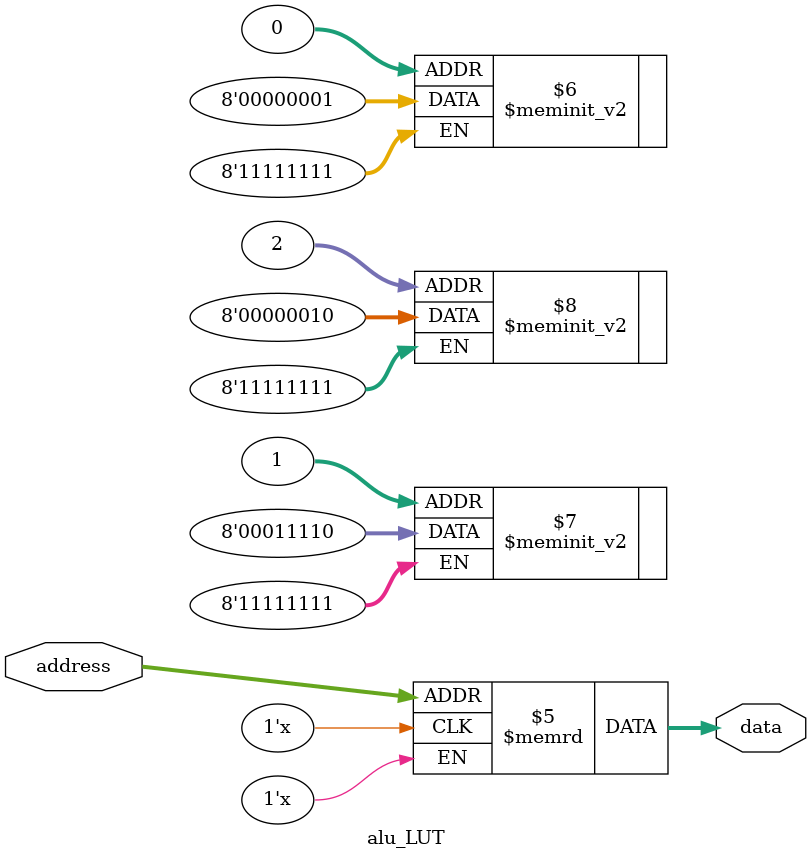
<source format=sv>
module alu_LUT (
  input [4:0] address,
  output logic [7:0] data
);

  logic [7:0] lut [0:31];

  initial begin
    lut[0] = 1;
    lut[1] = 30;
    lut[2] = 2;
  end

  always_comb begin
    data = lut[address];
  end

endmodule

</source>
